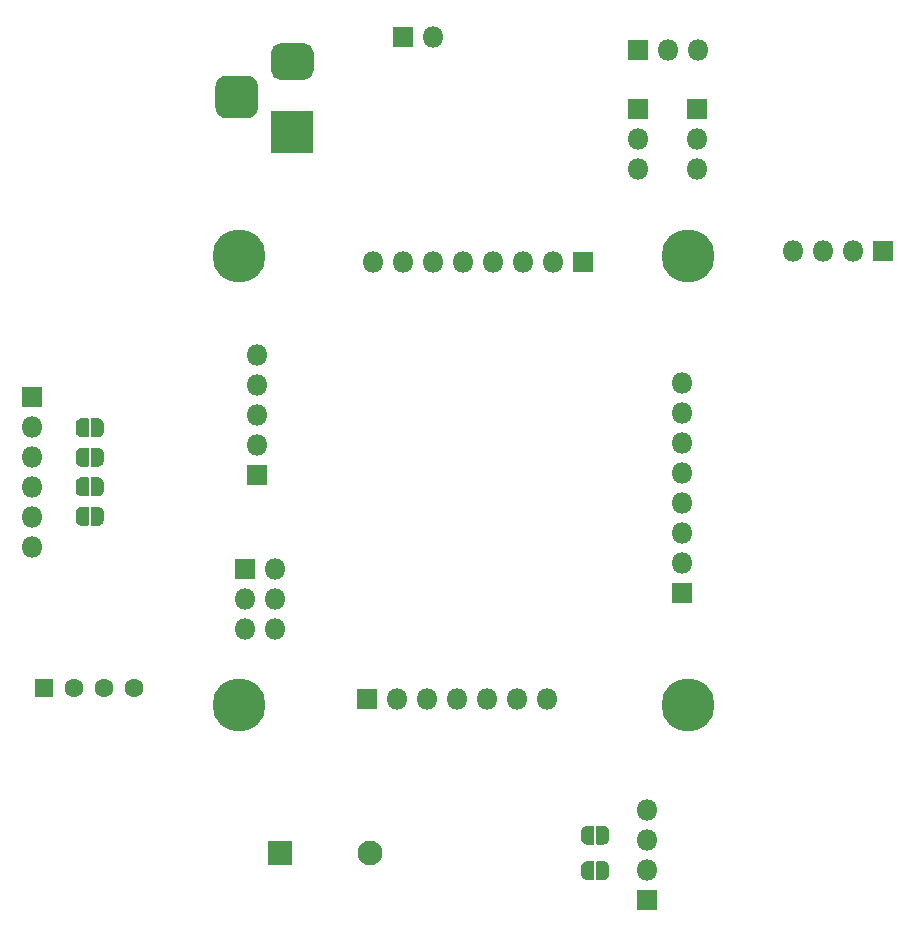
<source format=gbr>
%TF.GenerationSoftware,KiCad,Pcbnew,(5.1.6)-1*%
%TF.CreationDate,2020-10-25T22:56:54+03:00*%
%TF.ProjectId,modular-development-board,6d6f6475-6c61-4722-9d64-6576656c6f70,rev?*%
%TF.SameCoordinates,Original*%
%TF.FileFunction,Soldermask,Bot*%
%TF.FilePolarity,Negative*%
%FSLAX46Y46*%
G04 Gerber Fmt 4.6, Leading zero omitted, Abs format (unit mm)*
G04 Created by KiCad (PCBNEW (5.1.6)-1) date 2020-10-25 22:56:54*
%MOMM*%
%LPD*%
G01*
G04 APERTURE LIST*
%ADD10R,1.800000X1.800000*%
%ADD11O,1.800000X1.800000*%
%ADD12R,1.600000X1.600000*%
%ADD13C,1.600000*%
%ADD14R,2.100000X2.100000*%
%ADD15C,2.100000*%
%ADD16R,3.600000X3.600000*%
%ADD17C,0.100000*%
%ADD18C,0.800000*%
%ADD19C,4.500000*%
G04 APERTURE END LIST*
D10*
%TO.C,J3*%
X85304800Y-45000000D03*
D11*
X85304800Y-47540000D03*
X85304800Y-50080000D03*
%TD*%
%TO.C,J2*%
X90304800Y-50080000D03*
X90304800Y-47540000D03*
D10*
X90304800Y-45000000D03*
%TD*%
%TO.C,J4*%
X85304800Y-40000000D03*
D11*
X87844800Y-40000000D03*
X90384800Y-40000000D03*
%TD*%
D12*
%TO.C,U5*%
X35000000Y-94000000D03*
D13*
X37540000Y-94000000D03*
X40080000Y-94000000D03*
X42620000Y-94000000D03*
%TD*%
D14*
%TO.C,BZ1*%
X55000000Y-108000000D03*
D15*
X62600000Y-108000000D03*
%TD*%
D16*
%TO.C,J1*%
X56000000Y-47000000D03*
G36*
G01*
X54975000Y-39450000D02*
X57025000Y-39450000D01*
G75*
G02*
X57800000Y-40225000I0J-775000D01*
G01*
X57800000Y-41775000D01*
G75*
G02*
X57025000Y-42550000I-775000J0D01*
G01*
X54975000Y-42550000D01*
G75*
G02*
X54200000Y-41775000I0J775000D01*
G01*
X54200000Y-40225000D01*
G75*
G02*
X54975000Y-39450000I775000J0D01*
G01*
G37*
G36*
G01*
X50400000Y-42200000D02*
X52200000Y-42200000D01*
G75*
G02*
X53100000Y-43100000I0J-900000D01*
G01*
X53100000Y-44900000D01*
G75*
G02*
X52200000Y-45800000I-900000J0D01*
G01*
X50400000Y-45800000D01*
G75*
G02*
X49500000Y-44900000I0J900000D01*
G01*
X49500000Y-43100000D01*
G75*
G02*
X50400000Y-42200000I900000J0D01*
G01*
G37*
%TD*%
D10*
%TO.C,J5*%
X80620000Y-58000000D03*
D11*
X78080000Y-58000000D03*
X75540000Y-58000000D03*
X73000000Y-58000000D03*
X70460000Y-58000000D03*
X67920000Y-58000000D03*
X65380000Y-58000000D03*
X62840000Y-58000000D03*
%TD*%
D10*
%TO.C,J6*%
X62300000Y-95000000D03*
D11*
X64840000Y-95000000D03*
X67380000Y-95000000D03*
X69920000Y-95000000D03*
X72460000Y-95000000D03*
X75000000Y-95000000D03*
X77540000Y-95000000D03*
%TD*%
%TO.C,J7*%
X89000000Y-68220000D03*
X89000000Y-70760000D03*
X89000000Y-73300000D03*
X89000000Y-75840000D03*
X89000000Y-78380000D03*
X89000000Y-80920000D03*
X89000000Y-83460000D03*
D10*
X89000000Y-86000000D03*
%TD*%
%TO.C,J8*%
X53000000Y-76000000D03*
D11*
X53000000Y-73460000D03*
X53000000Y-70920000D03*
X53000000Y-68380000D03*
X53000000Y-65840000D03*
%TD*%
D10*
%TO.C,J9*%
X52000000Y-84000000D03*
D11*
X54540000Y-84000000D03*
X52000000Y-86540000D03*
X54540000Y-86540000D03*
X52000000Y-89080000D03*
X54540000Y-89080000D03*
%TD*%
D10*
%TO.C,J10*%
X34000000Y-69380000D03*
D11*
X34000000Y-71920000D03*
X34000000Y-74460000D03*
X34000000Y-77000000D03*
X34000000Y-79540000D03*
X34000000Y-82080000D03*
%TD*%
D10*
%TO.C,J11*%
X86000000Y-112000000D03*
D11*
X86000000Y-109460000D03*
X86000000Y-106920000D03*
X86000000Y-104380000D03*
%TD*%
D10*
%TO.C,J13*%
X106000000Y-57000000D03*
D11*
X103460000Y-57000000D03*
X100920000Y-57000000D03*
X98380000Y-57000000D03*
%TD*%
D17*
%TO.C,JP1*%
G36*
X81790245Y-110299039D02*
G01*
X81780866Y-110296194D01*
X81772221Y-110291573D01*
X81764645Y-110285355D01*
X81758427Y-110277779D01*
X81753806Y-110269134D01*
X81750961Y-110259755D01*
X81750000Y-110250000D01*
X81750000Y-108750000D01*
X81750961Y-108740245D01*
X81753806Y-108730866D01*
X81758427Y-108722221D01*
X81764645Y-108714645D01*
X81772221Y-108708427D01*
X81780866Y-108703806D01*
X81790245Y-108700961D01*
X81800000Y-108700000D01*
X82300000Y-108700000D01*
X82306111Y-108700602D01*
X82324534Y-108700602D01*
X82329435Y-108700843D01*
X82378266Y-108705653D01*
X82383119Y-108706373D01*
X82431244Y-108715945D01*
X82436005Y-108717137D01*
X82482960Y-108731381D01*
X82487579Y-108733034D01*
X82532912Y-108751811D01*
X82537349Y-108753909D01*
X82580622Y-108777040D01*
X82584829Y-108779562D01*
X82625628Y-108806822D01*
X82629570Y-108809746D01*
X82667499Y-108840874D01*
X82671134Y-108844169D01*
X82705831Y-108878866D01*
X82709126Y-108882501D01*
X82740254Y-108920430D01*
X82743178Y-108924372D01*
X82770438Y-108965171D01*
X82772960Y-108969378D01*
X82796091Y-109012651D01*
X82798189Y-109017088D01*
X82816966Y-109062421D01*
X82818619Y-109067040D01*
X82832863Y-109113995D01*
X82834055Y-109118756D01*
X82843627Y-109166881D01*
X82844347Y-109171734D01*
X82849157Y-109220565D01*
X82849398Y-109225466D01*
X82849398Y-109243889D01*
X82850000Y-109250000D01*
X82850000Y-109750000D01*
X82849398Y-109756111D01*
X82849398Y-109774534D01*
X82849157Y-109779435D01*
X82844347Y-109828266D01*
X82843627Y-109833119D01*
X82834055Y-109881244D01*
X82832863Y-109886005D01*
X82818619Y-109932960D01*
X82816966Y-109937579D01*
X82798189Y-109982912D01*
X82796091Y-109987349D01*
X82772960Y-110030622D01*
X82770438Y-110034829D01*
X82743178Y-110075628D01*
X82740254Y-110079570D01*
X82709126Y-110117499D01*
X82705831Y-110121134D01*
X82671134Y-110155831D01*
X82667499Y-110159126D01*
X82629570Y-110190254D01*
X82625628Y-110193178D01*
X82584829Y-110220438D01*
X82580622Y-110222960D01*
X82537349Y-110246091D01*
X82532912Y-110248189D01*
X82487579Y-110266966D01*
X82482960Y-110268619D01*
X82436005Y-110282863D01*
X82431244Y-110284055D01*
X82383119Y-110293627D01*
X82378266Y-110294347D01*
X82329435Y-110299157D01*
X82324534Y-110299398D01*
X82306111Y-110299398D01*
X82300000Y-110300000D01*
X81800000Y-110300000D01*
X81790245Y-110299039D01*
G37*
G36*
X80993889Y-110299398D02*
G01*
X80975466Y-110299398D01*
X80970565Y-110299157D01*
X80921734Y-110294347D01*
X80916881Y-110293627D01*
X80868756Y-110284055D01*
X80863995Y-110282863D01*
X80817040Y-110268619D01*
X80812421Y-110266966D01*
X80767088Y-110248189D01*
X80762651Y-110246091D01*
X80719378Y-110222960D01*
X80715171Y-110220438D01*
X80674372Y-110193178D01*
X80670430Y-110190254D01*
X80632501Y-110159126D01*
X80628866Y-110155831D01*
X80594169Y-110121134D01*
X80590874Y-110117499D01*
X80559746Y-110079570D01*
X80556822Y-110075628D01*
X80529562Y-110034829D01*
X80527040Y-110030622D01*
X80503909Y-109987349D01*
X80501811Y-109982912D01*
X80483034Y-109937579D01*
X80481381Y-109932960D01*
X80467137Y-109886005D01*
X80465945Y-109881244D01*
X80456373Y-109833119D01*
X80455653Y-109828266D01*
X80450843Y-109779435D01*
X80450602Y-109774534D01*
X80450602Y-109756111D01*
X80450000Y-109750000D01*
X80450000Y-109250000D01*
X80450602Y-109243889D01*
X80450602Y-109225466D01*
X80450843Y-109220565D01*
X80455653Y-109171734D01*
X80456373Y-109166881D01*
X80465945Y-109118756D01*
X80467137Y-109113995D01*
X80481381Y-109067040D01*
X80483034Y-109062421D01*
X80501811Y-109017088D01*
X80503909Y-109012651D01*
X80527040Y-108969378D01*
X80529562Y-108965171D01*
X80556822Y-108924372D01*
X80559746Y-108920430D01*
X80590874Y-108882501D01*
X80594169Y-108878866D01*
X80628866Y-108844169D01*
X80632501Y-108840874D01*
X80670430Y-108809746D01*
X80674372Y-108806822D01*
X80715171Y-108779562D01*
X80719378Y-108777040D01*
X80762651Y-108753909D01*
X80767088Y-108751811D01*
X80812421Y-108733034D01*
X80817040Y-108731381D01*
X80863995Y-108717137D01*
X80868756Y-108715945D01*
X80916881Y-108706373D01*
X80921734Y-108705653D01*
X80970565Y-108700843D01*
X80975466Y-108700602D01*
X80993889Y-108700602D01*
X81000000Y-108700000D01*
X81500000Y-108700000D01*
X81509755Y-108700961D01*
X81519134Y-108703806D01*
X81527779Y-108708427D01*
X81535355Y-108714645D01*
X81541573Y-108722221D01*
X81546194Y-108730866D01*
X81549039Y-108740245D01*
X81550000Y-108750000D01*
X81550000Y-110250000D01*
X81549039Y-110259755D01*
X81546194Y-110269134D01*
X81541573Y-110277779D01*
X81535355Y-110285355D01*
X81527779Y-110291573D01*
X81519134Y-110296194D01*
X81509755Y-110299039D01*
X81500000Y-110300000D01*
X81000000Y-110300000D01*
X80993889Y-110299398D01*
G37*
%TD*%
%TO.C,JP2*%
G36*
X80993889Y-107299398D02*
G01*
X80975466Y-107299398D01*
X80970565Y-107299157D01*
X80921734Y-107294347D01*
X80916881Y-107293627D01*
X80868756Y-107284055D01*
X80863995Y-107282863D01*
X80817040Y-107268619D01*
X80812421Y-107266966D01*
X80767088Y-107248189D01*
X80762651Y-107246091D01*
X80719378Y-107222960D01*
X80715171Y-107220438D01*
X80674372Y-107193178D01*
X80670430Y-107190254D01*
X80632501Y-107159126D01*
X80628866Y-107155831D01*
X80594169Y-107121134D01*
X80590874Y-107117499D01*
X80559746Y-107079570D01*
X80556822Y-107075628D01*
X80529562Y-107034829D01*
X80527040Y-107030622D01*
X80503909Y-106987349D01*
X80501811Y-106982912D01*
X80483034Y-106937579D01*
X80481381Y-106932960D01*
X80467137Y-106886005D01*
X80465945Y-106881244D01*
X80456373Y-106833119D01*
X80455653Y-106828266D01*
X80450843Y-106779435D01*
X80450602Y-106774534D01*
X80450602Y-106756111D01*
X80450000Y-106750000D01*
X80450000Y-106250000D01*
X80450602Y-106243889D01*
X80450602Y-106225466D01*
X80450843Y-106220565D01*
X80455653Y-106171734D01*
X80456373Y-106166881D01*
X80465945Y-106118756D01*
X80467137Y-106113995D01*
X80481381Y-106067040D01*
X80483034Y-106062421D01*
X80501811Y-106017088D01*
X80503909Y-106012651D01*
X80527040Y-105969378D01*
X80529562Y-105965171D01*
X80556822Y-105924372D01*
X80559746Y-105920430D01*
X80590874Y-105882501D01*
X80594169Y-105878866D01*
X80628866Y-105844169D01*
X80632501Y-105840874D01*
X80670430Y-105809746D01*
X80674372Y-105806822D01*
X80715171Y-105779562D01*
X80719378Y-105777040D01*
X80762651Y-105753909D01*
X80767088Y-105751811D01*
X80812421Y-105733034D01*
X80817040Y-105731381D01*
X80863995Y-105717137D01*
X80868756Y-105715945D01*
X80916881Y-105706373D01*
X80921734Y-105705653D01*
X80970565Y-105700843D01*
X80975466Y-105700602D01*
X80993889Y-105700602D01*
X81000000Y-105700000D01*
X81500000Y-105700000D01*
X81509755Y-105700961D01*
X81519134Y-105703806D01*
X81527779Y-105708427D01*
X81535355Y-105714645D01*
X81541573Y-105722221D01*
X81546194Y-105730866D01*
X81549039Y-105740245D01*
X81550000Y-105750000D01*
X81550000Y-107250000D01*
X81549039Y-107259755D01*
X81546194Y-107269134D01*
X81541573Y-107277779D01*
X81535355Y-107285355D01*
X81527779Y-107291573D01*
X81519134Y-107296194D01*
X81509755Y-107299039D01*
X81500000Y-107300000D01*
X81000000Y-107300000D01*
X80993889Y-107299398D01*
G37*
G36*
X81790245Y-107299039D02*
G01*
X81780866Y-107296194D01*
X81772221Y-107291573D01*
X81764645Y-107285355D01*
X81758427Y-107277779D01*
X81753806Y-107269134D01*
X81750961Y-107259755D01*
X81750000Y-107250000D01*
X81750000Y-105750000D01*
X81750961Y-105740245D01*
X81753806Y-105730866D01*
X81758427Y-105722221D01*
X81764645Y-105714645D01*
X81772221Y-105708427D01*
X81780866Y-105703806D01*
X81790245Y-105700961D01*
X81800000Y-105700000D01*
X82300000Y-105700000D01*
X82306111Y-105700602D01*
X82324534Y-105700602D01*
X82329435Y-105700843D01*
X82378266Y-105705653D01*
X82383119Y-105706373D01*
X82431244Y-105715945D01*
X82436005Y-105717137D01*
X82482960Y-105731381D01*
X82487579Y-105733034D01*
X82532912Y-105751811D01*
X82537349Y-105753909D01*
X82580622Y-105777040D01*
X82584829Y-105779562D01*
X82625628Y-105806822D01*
X82629570Y-105809746D01*
X82667499Y-105840874D01*
X82671134Y-105844169D01*
X82705831Y-105878866D01*
X82709126Y-105882501D01*
X82740254Y-105920430D01*
X82743178Y-105924372D01*
X82770438Y-105965171D01*
X82772960Y-105969378D01*
X82796091Y-106012651D01*
X82798189Y-106017088D01*
X82816966Y-106062421D01*
X82818619Y-106067040D01*
X82832863Y-106113995D01*
X82834055Y-106118756D01*
X82843627Y-106166881D01*
X82844347Y-106171734D01*
X82849157Y-106220565D01*
X82849398Y-106225466D01*
X82849398Y-106243889D01*
X82850000Y-106250000D01*
X82850000Y-106750000D01*
X82849398Y-106756111D01*
X82849398Y-106774534D01*
X82849157Y-106779435D01*
X82844347Y-106828266D01*
X82843627Y-106833119D01*
X82834055Y-106881244D01*
X82832863Y-106886005D01*
X82818619Y-106932960D01*
X82816966Y-106937579D01*
X82798189Y-106982912D01*
X82796091Y-106987349D01*
X82772960Y-107030622D01*
X82770438Y-107034829D01*
X82743178Y-107075628D01*
X82740254Y-107079570D01*
X82709126Y-107117499D01*
X82705831Y-107121134D01*
X82671134Y-107155831D01*
X82667499Y-107159126D01*
X82629570Y-107190254D01*
X82625628Y-107193178D01*
X82584829Y-107220438D01*
X82580622Y-107222960D01*
X82537349Y-107246091D01*
X82532912Y-107248189D01*
X82487579Y-107266966D01*
X82482960Y-107268619D01*
X82436005Y-107282863D01*
X82431244Y-107284055D01*
X82383119Y-107293627D01*
X82378266Y-107294347D01*
X82329435Y-107299157D01*
X82324534Y-107299398D01*
X82306111Y-107299398D01*
X82300000Y-107300000D01*
X81800000Y-107300000D01*
X81790245Y-107299039D01*
G37*
%TD*%
%TO.C,JP3*%
G36*
X38709755Y-71200961D02*
G01*
X38719134Y-71203806D01*
X38727779Y-71208427D01*
X38735355Y-71214645D01*
X38741573Y-71222221D01*
X38746194Y-71230866D01*
X38749039Y-71240245D01*
X38750000Y-71250000D01*
X38750000Y-72750000D01*
X38749039Y-72759755D01*
X38746194Y-72769134D01*
X38741573Y-72777779D01*
X38735355Y-72785355D01*
X38727779Y-72791573D01*
X38719134Y-72796194D01*
X38709755Y-72799039D01*
X38700000Y-72800000D01*
X38200000Y-72800000D01*
X38193889Y-72799398D01*
X38175466Y-72799398D01*
X38170565Y-72799157D01*
X38121734Y-72794347D01*
X38116881Y-72793627D01*
X38068756Y-72784055D01*
X38063995Y-72782863D01*
X38017040Y-72768619D01*
X38012421Y-72766966D01*
X37967088Y-72748189D01*
X37962651Y-72746091D01*
X37919378Y-72722960D01*
X37915171Y-72720438D01*
X37874372Y-72693178D01*
X37870430Y-72690254D01*
X37832501Y-72659126D01*
X37828866Y-72655831D01*
X37794169Y-72621134D01*
X37790874Y-72617499D01*
X37759746Y-72579570D01*
X37756822Y-72575628D01*
X37729562Y-72534829D01*
X37727040Y-72530622D01*
X37703909Y-72487349D01*
X37701811Y-72482912D01*
X37683034Y-72437579D01*
X37681381Y-72432960D01*
X37667137Y-72386005D01*
X37665945Y-72381244D01*
X37656373Y-72333119D01*
X37655653Y-72328266D01*
X37650843Y-72279435D01*
X37650602Y-72274534D01*
X37650602Y-72256111D01*
X37650000Y-72250000D01*
X37650000Y-71750000D01*
X37650602Y-71743889D01*
X37650602Y-71725466D01*
X37650843Y-71720565D01*
X37655653Y-71671734D01*
X37656373Y-71666881D01*
X37665945Y-71618756D01*
X37667137Y-71613995D01*
X37681381Y-71567040D01*
X37683034Y-71562421D01*
X37701811Y-71517088D01*
X37703909Y-71512651D01*
X37727040Y-71469378D01*
X37729562Y-71465171D01*
X37756822Y-71424372D01*
X37759746Y-71420430D01*
X37790874Y-71382501D01*
X37794169Y-71378866D01*
X37828866Y-71344169D01*
X37832501Y-71340874D01*
X37870430Y-71309746D01*
X37874372Y-71306822D01*
X37915171Y-71279562D01*
X37919378Y-71277040D01*
X37962651Y-71253909D01*
X37967088Y-71251811D01*
X38012421Y-71233034D01*
X38017040Y-71231381D01*
X38063995Y-71217137D01*
X38068756Y-71215945D01*
X38116881Y-71206373D01*
X38121734Y-71205653D01*
X38170565Y-71200843D01*
X38175466Y-71200602D01*
X38193889Y-71200602D01*
X38200000Y-71200000D01*
X38700000Y-71200000D01*
X38709755Y-71200961D01*
G37*
G36*
X39506111Y-71200602D02*
G01*
X39524534Y-71200602D01*
X39529435Y-71200843D01*
X39578266Y-71205653D01*
X39583119Y-71206373D01*
X39631244Y-71215945D01*
X39636005Y-71217137D01*
X39682960Y-71231381D01*
X39687579Y-71233034D01*
X39732912Y-71251811D01*
X39737349Y-71253909D01*
X39780622Y-71277040D01*
X39784829Y-71279562D01*
X39825628Y-71306822D01*
X39829570Y-71309746D01*
X39867499Y-71340874D01*
X39871134Y-71344169D01*
X39905831Y-71378866D01*
X39909126Y-71382501D01*
X39940254Y-71420430D01*
X39943178Y-71424372D01*
X39970438Y-71465171D01*
X39972960Y-71469378D01*
X39996091Y-71512651D01*
X39998189Y-71517088D01*
X40016966Y-71562421D01*
X40018619Y-71567040D01*
X40032863Y-71613995D01*
X40034055Y-71618756D01*
X40043627Y-71666881D01*
X40044347Y-71671734D01*
X40049157Y-71720565D01*
X40049398Y-71725466D01*
X40049398Y-71743889D01*
X40050000Y-71750000D01*
X40050000Y-72250000D01*
X40049398Y-72256111D01*
X40049398Y-72274534D01*
X40049157Y-72279435D01*
X40044347Y-72328266D01*
X40043627Y-72333119D01*
X40034055Y-72381244D01*
X40032863Y-72386005D01*
X40018619Y-72432960D01*
X40016966Y-72437579D01*
X39998189Y-72482912D01*
X39996091Y-72487349D01*
X39972960Y-72530622D01*
X39970438Y-72534829D01*
X39943178Y-72575628D01*
X39940254Y-72579570D01*
X39909126Y-72617499D01*
X39905831Y-72621134D01*
X39871134Y-72655831D01*
X39867499Y-72659126D01*
X39829570Y-72690254D01*
X39825628Y-72693178D01*
X39784829Y-72720438D01*
X39780622Y-72722960D01*
X39737349Y-72746091D01*
X39732912Y-72748189D01*
X39687579Y-72766966D01*
X39682960Y-72768619D01*
X39636005Y-72782863D01*
X39631244Y-72784055D01*
X39583119Y-72793627D01*
X39578266Y-72794347D01*
X39529435Y-72799157D01*
X39524534Y-72799398D01*
X39506111Y-72799398D01*
X39500000Y-72800000D01*
X39000000Y-72800000D01*
X38990245Y-72799039D01*
X38980866Y-72796194D01*
X38972221Y-72791573D01*
X38964645Y-72785355D01*
X38958427Y-72777779D01*
X38953806Y-72769134D01*
X38950961Y-72759755D01*
X38950000Y-72750000D01*
X38950000Y-71250000D01*
X38950961Y-71240245D01*
X38953806Y-71230866D01*
X38958427Y-71222221D01*
X38964645Y-71214645D01*
X38972221Y-71208427D01*
X38980866Y-71203806D01*
X38990245Y-71200961D01*
X39000000Y-71200000D01*
X39500000Y-71200000D01*
X39506111Y-71200602D01*
G37*
%TD*%
%TO.C,JP4*%
G36*
X39506111Y-73700602D02*
G01*
X39524534Y-73700602D01*
X39529435Y-73700843D01*
X39578266Y-73705653D01*
X39583119Y-73706373D01*
X39631244Y-73715945D01*
X39636005Y-73717137D01*
X39682960Y-73731381D01*
X39687579Y-73733034D01*
X39732912Y-73751811D01*
X39737349Y-73753909D01*
X39780622Y-73777040D01*
X39784829Y-73779562D01*
X39825628Y-73806822D01*
X39829570Y-73809746D01*
X39867499Y-73840874D01*
X39871134Y-73844169D01*
X39905831Y-73878866D01*
X39909126Y-73882501D01*
X39940254Y-73920430D01*
X39943178Y-73924372D01*
X39970438Y-73965171D01*
X39972960Y-73969378D01*
X39996091Y-74012651D01*
X39998189Y-74017088D01*
X40016966Y-74062421D01*
X40018619Y-74067040D01*
X40032863Y-74113995D01*
X40034055Y-74118756D01*
X40043627Y-74166881D01*
X40044347Y-74171734D01*
X40049157Y-74220565D01*
X40049398Y-74225466D01*
X40049398Y-74243889D01*
X40050000Y-74250000D01*
X40050000Y-74750000D01*
X40049398Y-74756111D01*
X40049398Y-74774534D01*
X40049157Y-74779435D01*
X40044347Y-74828266D01*
X40043627Y-74833119D01*
X40034055Y-74881244D01*
X40032863Y-74886005D01*
X40018619Y-74932960D01*
X40016966Y-74937579D01*
X39998189Y-74982912D01*
X39996091Y-74987349D01*
X39972960Y-75030622D01*
X39970438Y-75034829D01*
X39943178Y-75075628D01*
X39940254Y-75079570D01*
X39909126Y-75117499D01*
X39905831Y-75121134D01*
X39871134Y-75155831D01*
X39867499Y-75159126D01*
X39829570Y-75190254D01*
X39825628Y-75193178D01*
X39784829Y-75220438D01*
X39780622Y-75222960D01*
X39737349Y-75246091D01*
X39732912Y-75248189D01*
X39687579Y-75266966D01*
X39682960Y-75268619D01*
X39636005Y-75282863D01*
X39631244Y-75284055D01*
X39583119Y-75293627D01*
X39578266Y-75294347D01*
X39529435Y-75299157D01*
X39524534Y-75299398D01*
X39506111Y-75299398D01*
X39500000Y-75300000D01*
X39000000Y-75300000D01*
X38990245Y-75299039D01*
X38980866Y-75296194D01*
X38972221Y-75291573D01*
X38964645Y-75285355D01*
X38958427Y-75277779D01*
X38953806Y-75269134D01*
X38950961Y-75259755D01*
X38950000Y-75250000D01*
X38950000Y-73750000D01*
X38950961Y-73740245D01*
X38953806Y-73730866D01*
X38958427Y-73722221D01*
X38964645Y-73714645D01*
X38972221Y-73708427D01*
X38980866Y-73703806D01*
X38990245Y-73700961D01*
X39000000Y-73700000D01*
X39500000Y-73700000D01*
X39506111Y-73700602D01*
G37*
G36*
X38709755Y-73700961D02*
G01*
X38719134Y-73703806D01*
X38727779Y-73708427D01*
X38735355Y-73714645D01*
X38741573Y-73722221D01*
X38746194Y-73730866D01*
X38749039Y-73740245D01*
X38750000Y-73750000D01*
X38750000Y-75250000D01*
X38749039Y-75259755D01*
X38746194Y-75269134D01*
X38741573Y-75277779D01*
X38735355Y-75285355D01*
X38727779Y-75291573D01*
X38719134Y-75296194D01*
X38709755Y-75299039D01*
X38700000Y-75300000D01*
X38200000Y-75300000D01*
X38193889Y-75299398D01*
X38175466Y-75299398D01*
X38170565Y-75299157D01*
X38121734Y-75294347D01*
X38116881Y-75293627D01*
X38068756Y-75284055D01*
X38063995Y-75282863D01*
X38017040Y-75268619D01*
X38012421Y-75266966D01*
X37967088Y-75248189D01*
X37962651Y-75246091D01*
X37919378Y-75222960D01*
X37915171Y-75220438D01*
X37874372Y-75193178D01*
X37870430Y-75190254D01*
X37832501Y-75159126D01*
X37828866Y-75155831D01*
X37794169Y-75121134D01*
X37790874Y-75117499D01*
X37759746Y-75079570D01*
X37756822Y-75075628D01*
X37729562Y-75034829D01*
X37727040Y-75030622D01*
X37703909Y-74987349D01*
X37701811Y-74982912D01*
X37683034Y-74937579D01*
X37681381Y-74932960D01*
X37667137Y-74886005D01*
X37665945Y-74881244D01*
X37656373Y-74833119D01*
X37655653Y-74828266D01*
X37650843Y-74779435D01*
X37650602Y-74774534D01*
X37650602Y-74756111D01*
X37650000Y-74750000D01*
X37650000Y-74250000D01*
X37650602Y-74243889D01*
X37650602Y-74225466D01*
X37650843Y-74220565D01*
X37655653Y-74171734D01*
X37656373Y-74166881D01*
X37665945Y-74118756D01*
X37667137Y-74113995D01*
X37681381Y-74067040D01*
X37683034Y-74062421D01*
X37701811Y-74017088D01*
X37703909Y-74012651D01*
X37727040Y-73969378D01*
X37729562Y-73965171D01*
X37756822Y-73924372D01*
X37759746Y-73920430D01*
X37790874Y-73882501D01*
X37794169Y-73878866D01*
X37828866Y-73844169D01*
X37832501Y-73840874D01*
X37870430Y-73809746D01*
X37874372Y-73806822D01*
X37915171Y-73779562D01*
X37919378Y-73777040D01*
X37962651Y-73753909D01*
X37967088Y-73751811D01*
X38012421Y-73733034D01*
X38017040Y-73731381D01*
X38063995Y-73717137D01*
X38068756Y-73715945D01*
X38116881Y-73706373D01*
X38121734Y-73705653D01*
X38170565Y-73700843D01*
X38175466Y-73700602D01*
X38193889Y-73700602D01*
X38200000Y-73700000D01*
X38700000Y-73700000D01*
X38709755Y-73700961D01*
G37*
%TD*%
%TO.C,JP5*%
G36*
X38709755Y-76200961D02*
G01*
X38719134Y-76203806D01*
X38727779Y-76208427D01*
X38735355Y-76214645D01*
X38741573Y-76222221D01*
X38746194Y-76230866D01*
X38749039Y-76240245D01*
X38750000Y-76250000D01*
X38750000Y-77750000D01*
X38749039Y-77759755D01*
X38746194Y-77769134D01*
X38741573Y-77777779D01*
X38735355Y-77785355D01*
X38727779Y-77791573D01*
X38719134Y-77796194D01*
X38709755Y-77799039D01*
X38700000Y-77800000D01*
X38200000Y-77800000D01*
X38193889Y-77799398D01*
X38175466Y-77799398D01*
X38170565Y-77799157D01*
X38121734Y-77794347D01*
X38116881Y-77793627D01*
X38068756Y-77784055D01*
X38063995Y-77782863D01*
X38017040Y-77768619D01*
X38012421Y-77766966D01*
X37967088Y-77748189D01*
X37962651Y-77746091D01*
X37919378Y-77722960D01*
X37915171Y-77720438D01*
X37874372Y-77693178D01*
X37870430Y-77690254D01*
X37832501Y-77659126D01*
X37828866Y-77655831D01*
X37794169Y-77621134D01*
X37790874Y-77617499D01*
X37759746Y-77579570D01*
X37756822Y-77575628D01*
X37729562Y-77534829D01*
X37727040Y-77530622D01*
X37703909Y-77487349D01*
X37701811Y-77482912D01*
X37683034Y-77437579D01*
X37681381Y-77432960D01*
X37667137Y-77386005D01*
X37665945Y-77381244D01*
X37656373Y-77333119D01*
X37655653Y-77328266D01*
X37650843Y-77279435D01*
X37650602Y-77274534D01*
X37650602Y-77256111D01*
X37650000Y-77250000D01*
X37650000Y-76750000D01*
X37650602Y-76743889D01*
X37650602Y-76725466D01*
X37650843Y-76720565D01*
X37655653Y-76671734D01*
X37656373Y-76666881D01*
X37665945Y-76618756D01*
X37667137Y-76613995D01*
X37681381Y-76567040D01*
X37683034Y-76562421D01*
X37701811Y-76517088D01*
X37703909Y-76512651D01*
X37727040Y-76469378D01*
X37729562Y-76465171D01*
X37756822Y-76424372D01*
X37759746Y-76420430D01*
X37790874Y-76382501D01*
X37794169Y-76378866D01*
X37828866Y-76344169D01*
X37832501Y-76340874D01*
X37870430Y-76309746D01*
X37874372Y-76306822D01*
X37915171Y-76279562D01*
X37919378Y-76277040D01*
X37962651Y-76253909D01*
X37967088Y-76251811D01*
X38012421Y-76233034D01*
X38017040Y-76231381D01*
X38063995Y-76217137D01*
X38068756Y-76215945D01*
X38116881Y-76206373D01*
X38121734Y-76205653D01*
X38170565Y-76200843D01*
X38175466Y-76200602D01*
X38193889Y-76200602D01*
X38200000Y-76200000D01*
X38700000Y-76200000D01*
X38709755Y-76200961D01*
G37*
G36*
X39506111Y-76200602D02*
G01*
X39524534Y-76200602D01*
X39529435Y-76200843D01*
X39578266Y-76205653D01*
X39583119Y-76206373D01*
X39631244Y-76215945D01*
X39636005Y-76217137D01*
X39682960Y-76231381D01*
X39687579Y-76233034D01*
X39732912Y-76251811D01*
X39737349Y-76253909D01*
X39780622Y-76277040D01*
X39784829Y-76279562D01*
X39825628Y-76306822D01*
X39829570Y-76309746D01*
X39867499Y-76340874D01*
X39871134Y-76344169D01*
X39905831Y-76378866D01*
X39909126Y-76382501D01*
X39940254Y-76420430D01*
X39943178Y-76424372D01*
X39970438Y-76465171D01*
X39972960Y-76469378D01*
X39996091Y-76512651D01*
X39998189Y-76517088D01*
X40016966Y-76562421D01*
X40018619Y-76567040D01*
X40032863Y-76613995D01*
X40034055Y-76618756D01*
X40043627Y-76666881D01*
X40044347Y-76671734D01*
X40049157Y-76720565D01*
X40049398Y-76725466D01*
X40049398Y-76743889D01*
X40050000Y-76750000D01*
X40050000Y-77250000D01*
X40049398Y-77256111D01*
X40049398Y-77274534D01*
X40049157Y-77279435D01*
X40044347Y-77328266D01*
X40043627Y-77333119D01*
X40034055Y-77381244D01*
X40032863Y-77386005D01*
X40018619Y-77432960D01*
X40016966Y-77437579D01*
X39998189Y-77482912D01*
X39996091Y-77487349D01*
X39972960Y-77530622D01*
X39970438Y-77534829D01*
X39943178Y-77575628D01*
X39940254Y-77579570D01*
X39909126Y-77617499D01*
X39905831Y-77621134D01*
X39871134Y-77655831D01*
X39867499Y-77659126D01*
X39829570Y-77690254D01*
X39825628Y-77693178D01*
X39784829Y-77720438D01*
X39780622Y-77722960D01*
X39737349Y-77746091D01*
X39732912Y-77748189D01*
X39687579Y-77766966D01*
X39682960Y-77768619D01*
X39636005Y-77782863D01*
X39631244Y-77784055D01*
X39583119Y-77793627D01*
X39578266Y-77794347D01*
X39529435Y-77799157D01*
X39524534Y-77799398D01*
X39506111Y-77799398D01*
X39500000Y-77800000D01*
X39000000Y-77800000D01*
X38990245Y-77799039D01*
X38980866Y-77796194D01*
X38972221Y-77791573D01*
X38964645Y-77785355D01*
X38958427Y-77777779D01*
X38953806Y-77769134D01*
X38950961Y-77759755D01*
X38950000Y-77750000D01*
X38950000Y-76250000D01*
X38950961Y-76240245D01*
X38953806Y-76230866D01*
X38958427Y-76222221D01*
X38964645Y-76214645D01*
X38972221Y-76208427D01*
X38980866Y-76203806D01*
X38990245Y-76200961D01*
X39000000Y-76200000D01*
X39500000Y-76200000D01*
X39506111Y-76200602D01*
G37*
%TD*%
%TO.C,JP6*%
G36*
X39506111Y-78700602D02*
G01*
X39524534Y-78700602D01*
X39529435Y-78700843D01*
X39578266Y-78705653D01*
X39583119Y-78706373D01*
X39631244Y-78715945D01*
X39636005Y-78717137D01*
X39682960Y-78731381D01*
X39687579Y-78733034D01*
X39732912Y-78751811D01*
X39737349Y-78753909D01*
X39780622Y-78777040D01*
X39784829Y-78779562D01*
X39825628Y-78806822D01*
X39829570Y-78809746D01*
X39867499Y-78840874D01*
X39871134Y-78844169D01*
X39905831Y-78878866D01*
X39909126Y-78882501D01*
X39940254Y-78920430D01*
X39943178Y-78924372D01*
X39970438Y-78965171D01*
X39972960Y-78969378D01*
X39996091Y-79012651D01*
X39998189Y-79017088D01*
X40016966Y-79062421D01*
X40018619Y-79067040D01*
X40032863Y-79113995D01*
X40034055Y-79118756D01*
X40043627Y-79166881D01*
X40044347Y-79171734D01*
X40049157Y-79220565D01*
X40049398Y-79225466D01*
X40049398Y-79243889D01*
X40050000Y-79250000D01*
X40050000Y-79750000D01*
X40049398Y-79756111D01*
X40049398Y-79774534D01*
X40049157Y-79779435D01*
X40044347Y-79828266D01*
X40043627Y-79833119D01*
X40034055Y-79881244D01*
X40032863Y-79886005D01*
X40018619Y-79932960D01*
X40016966Y-79937579D01*
X39998189Y-79982912D01*
X39996091Y-79987349D01*
X39972960Y-80030622D01*
X39970438Y-80034829D01*
X39943178Y-80075628D01*
X39940254Y-80079570D01*
X39909126Y-80117499D01*
X39905831Y-80121134D01*
X39871134Y-80155831D01*
X39867499Y-80159126D01*
X39829570Y-80190254D01*
X39825628Y-80193178D01*
X39784829Y-80220438D01*
X39780622Y-80222960D01*
X39737349Y-80246091D01*
X39732912Y-80248189D01*
X39687579Y-80266966D01*
X39682960Y-80268619D01*
X39636005Y-80282863D01*
X39631244Y-80284055D01*
X39583119Y-80293627D01*
X39578266Y-80294347D01*
X39529435Y-80299157D01*
X39524534Y-80299398D01*
X39506111Y-80299398D01*
X39500000Y-80300000D01*
X39000000Y-80300000D01*
X38990245Y-80299039D01*
X38980866Y-80296194D01*
X38972221Y-80291573D01*
X38964645Y-80285355D01*
X38958427Y-80277779D01*
X38953806Y-80269134D01*
X38950961Y-80259755D01*
X38950000Y-80250000D01*
X38950000Y-78750000D01*
X38950961Y-78740245D01*
X38953806Y-78730866D01*
X38958427Y-78722221D01*
X38964645Y-78714645D01*
X38972221Y-78708427D01*
X38980866Y-78703806D01*
X38990245Y-78700961D01*
X39000000Y-78700000D01*
X39500000Y-78700000D01*
X39506111Y-78700602D01*
G37*
G36*
X38709755Y-78700961D02*
G01*
X38719134Y-78703806D01*
X38727779Y-78708427D01*
X38735355Y-78714645D01*
X38741573Y-78722221D01*
X38746194Y-78730866D01*
X38749039Y-78740245D01*
X38750000Y-78750000D01*
X38750000Y-80250000D01*
X38749039Y-80259755D01*
X38746194Y-80269134D01*
X38741573Y-80277779D01*
X38735355Y-80285355D01*
X38727779Y-80291573D01*
X38719134Y-80296194D01*
X38709755Y-80299039D01*
X38700000Y-80300000D01*
X38200000Y-80300000D01*
X38193889Y-80299398D01*
X38175466Y-80299398D01*
X38170565Y-80299157D01*
X38121734Y-80294347D01*
X38116881Y-80293627D01*
X38068756Y-80284055D01*
X38063995Y-80282863D01*
X38017040Y-80268619D01*
X38012421Y-80266966D01*
X37967088Y-80248189D01*
X37962651Y-80246091D01*
X37919378Y-80222960D01*
X37915171Y-80220438D01*
X37874372Y-80193178D01*
X37870430Y-80190254D01*
X37832501Y-80159126D01*
X37828866Y-80155831D01*
X37794169Y-80121134D01*
X37790874Y-80117499D01*
X37759746Y-80079570D01*
X37756822Y-80075628D01*
X37729562Y-80034829D01*
X37727040Y-80030622D01*
X37703909Y-79987349D01*
X37701811Y-79982912D01*
X37683034Y-79937579D01*
X37681381Y-79932960D01*
X37667137Y-79886005D01*
X37665945Y-79881244D01*
X37656373Y-79833119D01*
X37655653Y-79828266D01*
X37650843Y-79779435D01*
X37650602Y-79774534D01*
X37650602Y-79756111D01*
X37650000Y-79750000D01*
X37650000Y-79250000D01*
X37650602Y-79243889D01*
X37650602Y-79225466D01*
X37650843Y-79220565D01*
X37655653Y-79171734D01*
X37656373Y-79166881D01*
X37665945Y-79118756D01*
X37667137Y-79113995D01*
X37681381Y-79067040D01*
X37683034Y-79062421D01*
X37701811Y-79017088D01*
X37703909Y-79012651D01*
X37727040Y-78969378D01*
X37729562Y-78965171D01*
X37756822Y-78924372D01*
X37759746Y-78920430D01*
X37790874Y-78882501D01*
X37794169Y-78878866D01*
X37828866Y-78844169D01*
X37832501Y-78840874D01*
X37870430Y-78809746D01*
X37874372Y-78806822D01*
X37915171Y-78779562D01*
X37919378Y-78777040D01*
X37962651Y-78753909D01*
X37967088Y-78751811D01*
X38012421Y-78733034D01*
X38017040Y-78731381D01*
X38063995Y-78717137D01*
X38068756Y-78715945D01*
X38116881Y-78706373D01*
X38121734Y-78705653D01*
X38170565Y-78700843D01*
X38175466Y-78700602D01*
X38193889Y-78700602D01*
X38200000Y-78700000D01*
X38700000Y-78700000D01*
X38709755Y-78700961D01*
G37*
%TD*%
D18*
%TO.C,H1*%
X90666726Y-56333274D03*
X89500000Y-55850000D03*
X88333274Y-56333274D03*
X87850000Y-57500000D03*
X88333274Y-58666726D03*
X89500000Y-59150000D03*
X90666726Y-58666726D03*
X91150000Y-57500000D03*
D19*
X89500000Y-57500000D03*
%TD*%
%TO.C,H2*%
X89500000Y-95500000D03*
D18*
X91150000Y-95500000D03*
X90666726Y-96666726D03*
X89500000Y-97150000D03*
X88333274Y-96666726D03*
X87850000Y-95500000D03*
X88333274Y-94333274D03*
X89500000Y-93850000D03*
X90666726Y-94333274D03*
%TD*%
%TO.C,H3*%
X52666726Y-56333274D03*
X51500000Y-55850000D03*
X50333274Y-56333274D03*
X49850000Y-57500000D03*
X50333274Y-58666726D03*
X51500000Y-59150000D03*
X52666726Y-58666726D03*
X53150000Y-57500000D03*
D19*
X51500000Y-57500000D03*
%TD*%
%TO.C,H4*%
X51500000Y-95500000D03*
D18*
X53150000Y-95500000D03*
X52666726Y-96666726D03*
X51500000Y-97150000D03*
X50333274Y-96666726D03*
X49850000Y-95500000D03*
X50333274Y-94333274D03*
X51500000Y-93850000D03*
X52666726Y-94333274D03*
%TD*%
D10*
%TO.C,J14*%
X65379600Y-38912800D03*
D11*
X67919600Y-38912800D03*
%TD*%
M02*

</source>
